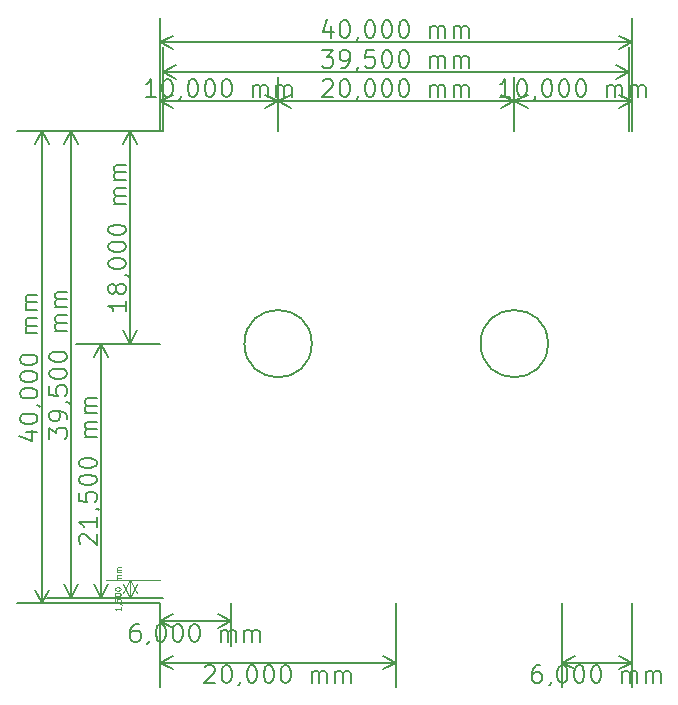
<source format=gbr>
%TF.GenerationSoftware,KiCad,Pcbnew,no-vcs-found-2c23c4c~60~ubuntu17.04.1*%
%TF.CreationDate,2017-09-27T12:04:39+02:00*%
%TF.ProjectId,LEDBoard_4x4_16bit,4C4544426F6172645F3478345F313662,3.0.1*%
%TF.SameCoordinates,Original*%
%TF.FileFunction,Other,Comment*%
%FSLAX46Y46*%
G04 Gerber Fmt 4.6, Leading zero omitted, Abs format (unit mm)*
G04 Created by KiCad (PCBNEW no-vcs-found-2c23c4c~60~ubuntu17.04.1) date Wed Sep 27 12:04:39 2017*
%MOMM*%
%LPD*%
G01*
G04 APERTURE LIST*
%ADD10C,0.150000*%
%ADD11C,0.125000*%
G04 APERTURE END LIST*
D10*
X40628571Y-76035714D02*
X40628571Y-75107142D01*
X41200000Y-75607142D01*
X41200000Y-75392857D01*
X41271428Y-75250000D01*
X41342857Y-75178571D01*
X41485714Y-75107142D01*
X41842857Y-75107142D01*
X41985714Y-75178571D01*
X42057142Y-75250000D01*
X42128571Y-75392857D01*
X42128571Y-75821428D01*
X42057142Y-75964285D01*
X41985714Y-76035714D01*
X42128571Y-74392857D02*
X42128571Y-74107142D01*
X42057142Y-73964285D01*
X41985714Y-73892857D01*
X41771428Y-73750000D01*
X41485714Y-73678571D01*
X40914285Y-73678571D01*
X40771428Y-73750000D01*
X40700000Y-73821428D01*
X40628571Y-73964285D01*
X40628571Y-74250000D01*
X40700000Y-74392857D01*
X40771428Y-74464285D01*
X40914285Y-74535714D01*
X41271428Y-74535714D01*
X41414285Y-74464285D01*
X41485714Y-74392857D01*
X41557142Y-74250000D01*
X41557142Y-73964285D01*
X41485714Y-73821428D01*
X41414285Y-73750000D01*
X41271428Y-73678571D01*
X42057142Y-72964285D02*
X42128571Y-72964285D01*
X42271428Y-73035714D01*
X42342857Y-73107142D01*
X40628571Y-71607142D02*
X40628571Y-72321428D01*
X41342857Y-72392857D01*
X41271428Y-72321428D01*
X41200000Y-72178571D01*
X41200000Y-71821428D01*
X41271428Y-71678571D01*
X41342857Y-71607142D01*
X41485714Y-71535714D01*
X41842857Y-71535714D01*
X41985714Y-71607142D01*
X42057142Y-71678571D01*
X42128571Y-71821428D01*
X42128571Y-72178571D01*
X42057142Y-72321428D01*
X41985714Y-72392857D01*
X40628571Y-70607142D02*
X40628571Y-70464285D01*
X40700000Y-70321428D01*
X40771428Y-70250000D01*
X40914285Y-70178571D01*
X41200000Y-70107142D01*
X41557142Y-70107142D01*
X41842857Y-70178571D01*
X41985714Y-70250000D01*
X42057142Y-70321428D01*
X42128571Y-70464285D01*
X42128571Y-70607142D01*
X42057142Y-70750000D01*
X41985714Y-70821428D01*
X41842857Y-70892857D01*
X41557142Y-70964285D01*
X41200000Y-70964285D01*
X40914285Y-70892857D01*
X40771428Y-70821428D01*
X40700000Y-70750000D01*
X40628571Y-70607142D01*
X40628571Y-69178571D02*
X40628571Y-69035714D01*
X40700000Y-68892857D01*
X40771428Y-68821428D01*
X40914285Y-68750000D01*
X41200000Y-68678571D01*
X41557142Y-68678571D01*
X41842857Y-68750000D01*
X41985714Y-68821428D01*
X42057142Y-68892857D01*
X42128571Y-69035714D01*
X42128571Y-69178571D01*
X42057142Y-69321428D01*
X41985714Y-69392857D01*
X41842857Y-69464285D01*
X41557142Y-69535714D01*
X41200000Y-69535714D01*
X40914285Y-69464285D01*
X40771428Y-69392857D01*
X40700000Y-69321428D01*
X40628571Y-69178571D01*
X42128571Y-66892857D02*
X41128571Y-66892857D01*
X41271428Y-66892857D02*
X41200000Y-66821428D01*
X41128571Y-66678571D01*
X41128571Y-66464285D01*
X41200000Y-66321428D01*
X41342857Y-66250000D01*
X42128571Y-66250000D01*
X41342857Y-66250000D02*
X41200000Y-66178571D01*
X41128571Y-66035714D01*
X41128571Y-65821428D01*
X41200000Y-65678571D01*
X41342857Y-65607142D01*
X42128571Y-65607142D01*
X42128571Y-64892857D02*
X41128571Y-64892857D01*
X41271428Y-64892857D02*
X41200000Y-64821428D01*
X41128571Y-64678571D01*
X41128571Y-64464285D01*
X41200000Y-64321428D01*
X41342857Y-64250000D01*
X42128571Y-64250000D01*
X41342857Y-64250000D02*
X41200000Y-64178571D01*
X41128571Y-64035714D01*
X41128571Y-63821428D01*
X41200000Y-63678571D01*
X41342857Y-63607142D01*
X42128571Y-63607142D01*
X42500000Y-89500000D02*
X42500000Y-50000000D01*
X50250000Y-89500000D02*
X40400000Y-89500000D01*
X50250000Y-50000000D02*
X40400000Y-50000000D01*
X42500000Y-50000000D02*
X43086421Y-51126504D01*
X42500000Y-50000000D02*
X41913579Y-51126504D01*
X42500000Y-89500000D02*
X43086421Y-88373496D01*
X42500000Y-89500000D02*
X41913579Y-88373496D01*
X63714285Y-43128571D02*
X64642857Y-43128571D01*
X64142857Y-43700000D01*
X64357142Y-43700000D01*
X64500000Y-43771428D01*
X64571428Y-43842857D01*
X64642857Y-43985714D01*
X64642857Y-44342857D01*
X64571428Y-44485714D01*
X64500000Y-44557142D01*
X64357142Y-44628571D01*
X63928571Y-44628571D01*
X63785714Y-44557142D01*
X63714285Y-44485714D01*
X65357142Y-44628571D02*
X65642857Y-44628571D01*
X65785714Y-44557142D01*
X65857142Y-44485714D01*
X66000000Y-44271428D01*
X66071428Y-43985714D01*
X66071428Y-43414285D01*
X66000000Y-43271428D01*
X65928571Y-43200000D01*
X65785714Y-43128571D01*
X65500000Y-43128571D01*
X65357142Y-43200000D01*
X65285714Y-43271428D01*
X65214285Y-43414285D01*
X65214285Y-43771428D01*
X65285714Y-43914285D01*
X65357142Y-43985714D01*
X65500000Y-44057142D01*
X65785714Y-44057142D01*
X65928571Y-43985714D01*
X66000000Y-43914285D01*
X66071428Y-43771428D01*
X66785714Y-44557142D02*
X66785714Y-44628571D01*
X66714285Y-44771428D01*
X66642857Y-44842857D01*
X68142857Y-43128571D02*
X67428571Y-43128571D01*
X67357142Y-43842857D01*
X67428571Y-43771428D01*
X67571428Y-43700000D01*
X67928571Y-43700000D01*
X68071428Y-43771428D01*
X68142857Y-43842857D01*
X68214285Y-43985714D01*
X68214285Y-44342857D01*
X68142857Y-44485714D01*
X68071428Y-44557142D01*
X67928571Y-44628571D01*
X67571428Y-44628571D01*
X67428571Y-44557142D01*
X67357142Y-44485714D01*
X69142857Y-43128571D02*
X69285714Y-43128571D01*
X69428571Y-43200000D01*
X69500000Y-43271428D01*
X69571428Y-43414285D01*
X69642857Y-43700000D01*
X69642857Y-44057142D01*
X69571428Y-44342857D01*
X69500000Y-44485714D01*
X69428571Y-44557142D01*
X69285714Y-44628571D01*
X69142857Y-44628571D01*
X69000000Y-44557142D01*
X68928571Y-44485714D01*
X68857142Y-44342857D01*
X68785714Y-44057142D01*
X68785714Y-43700000D01*
X68857142Y-43414285D01*
X68928571Y-43271428D01*
X69000000Y-43200000D01*
X69142857Y-43128571D01*
X70571428Y-43128571D02*
X70714285Y-43128571D01*
X70857142Y-43200000D01*
X70928571Y-43271428D01*
X71000000Y-43414285D01*
X71071428Y-43700000D01*
X71071428Y-44057142D01*
X71000000Y-44342857D01*
X70928571Y-44485714D01*
X70857142Y-44557142D01*
X70714285Y-44628571D01*
X70571428Y-44628571D01*
X70428571Y-44557142D01*
X70357142Y-44485714D01*
X70285714Y-44342857D01*
X70214285Y-44057142D01*
X70214285Y-43700000D01*
X70285714Y-43414285D01*
X70357142Y-43271428D01*
X70428571Y-43200000D01*
X70571428Y-43128571D01*
X72857142Y-44628571D02*
X72857142Y-43628571D01*
X72857142Y-43771428D02*
X72928571Y-43700000D01*
X73071428Y-43628571D01*
X73285714Y-43628571D01*
X73428571Y-43700000D01*
X73500000Y-43842857D01*
X73500000Y-44628571D01*
X73500000Y-43842857D02*
X73571428Y-43700000D01*
X73714285Y-43628571D01*
X73928571Y-43628571D01*
X74071428Y-43700000D01*
X74142857Y-43842857D01*
X74142857Y-44628571D01*
X74857142Y-44628571D02*
X74857142Y-43628571D01*
X74857142Y-43771428D02*
X74928571Y-43700000D01*
X75071428Y-43628571D01*
X75285714Y-43628571D01*
X75428571Y-43700000D01*
X75500000Y-43842857D01*
X75500000Y-44628571D01*
X75500000Y-43842857D02*
X75571428Y-43700000D01*
X75714285Y-43628571D01*
X75928571Y-43628571D01*
X76071428Y-43700000D01*
X76142857Y-43842857D01*
X76142857Y-44628571D01*
X50250000Y-45000000D02*
X89750000Y-45000000D01*
X50250000Y-50000000D02*
X50250000Y-42900000D01*
X89750000Y-50000000D02*
X89750000Y-42900000D01*
X89750000Y-45000000D02*
X88623496Y-45586421D01*
X89750000Y-45000000D02*
X88623496Y-44413579D01*
X50250000Y-45000000D02*
X51376504Y-45586421D01*
X50250000Y-45000000D02*
X51376504Y-44413579D01*
X79642857Y-47128571D02*
X78785714Y-47128571D01*
X79214285Y-47128571D02*
X79214285Y-45628571D01*
X79071428Y-45842857D01*
X78928571Y-45985714D01*
X78785714Y-46057142D01*
X80571428Y-45628571D02*
X80714285Y-45628571D01*
X80857142Y-45700000D01*
X80928571Y-45771428D01*
X81000000Y-45914285D01*
X81071428Y-46200000D01*
X81071428Y-46557142D01*
X81000000Y-46842857D01*
X80928571Y-46985714D01*
X80857142Y-47057142D01*
X80714285Y-47128571D01*
X80571428Y-47128571D01*
X80428571Y-47057142D01*
X80357142Y-46985714D01*
X80285714Y-46842857D01*
X80214285Y-46557142D01*
X80214285Y-46200000D01*
X80285714Y-45914285D01*
X80357142Y-45771428D01*
X80428571Y-45700000D01*
X80571428Y-45628571D01*
X81785714Y-47057142D02*
X81785714Y-47128571D01*
X81714285Y-47271428D01*
X81642857Y-47342857D01*
X82714285Y-45628571D02*
X82857142Y-45628571D01*
X83000000Y-45700000D01*
X83071428Y-45771428D01*
X83142857Y-45914285D01*
X83214285Y-46200000D01*
X83214285Y-46557142D01*
X83142857Y-46842857D01*
X83071428Y-46985714D01*
X83000000Y-47057142D01*
X82857142Y-47128571D01*
X82714285Y-47128571D01*
X82571428Y-47057142D01*
X82500000Y-46985714D01*
X82428571Y-46842857D01*
X82357142Y-46557142D01*
X82357142Y-46200000D01*
X82428571Y-45914285D01*
X82500000Y-45771428D01*
X82571428Y-45700000D01*
X82714285Y-45628571D01*
X84142857Y-45628571D02*
X84285714Y-45628571D01*
X84428571Y-45700000D01*
X84500000Y-45771428D01*
X84571428Y-45914285D01*
X84642857Y-46200000D01*
X84642857Y-46557142D01*
X84571428Y-46842857D01*
X84500000Y-46985714D01*
X84428571Y-47057142D01*
X84285714Y-47128571D01*
X84142857Y-47128571D01*
X84000000Y-47057142D01*
X83928571Y-46985714D01*
X83857142Y-46842857D01*
X83785714Y-46557142D01*
X83785714Y-46200000D01*
X83857142Y-45914285D01*
X83928571Y-45771428D01*
X84000000Y-45700000D01*
X84142857Y-45628571D01*
X85571428Y-45628571D02*
X85714285Y-45628571D01*
X85857142Y-45700000D01*
X85928571Y-45771428D01*
X86000000Y-45914285D01*
X86071428Y-46200000D01*
X86071428Y-46557142D01*
X86000000Y-46842857D01*
X85928571Y-46985714D01*
X85857142Y-47057142D01*
X85714285Y-47128571D01*
X85571428Y-47128571D01*
X85428571Y-47057142D01*
X85357142Y-46985714D01*
X85285714Y-46842857D01*
X85214285Y-46557142D01*
X85214285Y-46200000D01*
X85285714Y-45914285D01*
X85357142Y-45771428D01*
X85428571Y-45700000D01*
X85571428Y-45628571D01*
X87857142Y-47128571D02*
X87857142Y-46128571D01*
X87857142Y-46271428D02*
X87928571Y-46200000D01*
X88071428Y-46128571D01*
X88285714Y-46128571D01*
X88428571Y-46200000D01*
X88500000Y-46342857D01*
X88500000Y-47128571D01*
X88500000Y-46342857D02*
X88571428Y-46200000D01*
X88714285Y-46128571D01*
X88928571Y-46128571D01*
X89071428Y-46200000D01*
X89142857Y-46342857D01*
X89142857Y-47128571D01*
X89857142Y-47128571D02*
X89857142Y-46128571D01*
X89857142Y-46271428D02*
X89928571Y-46200000D01*
X90071428Y-46128571D01*
X90285714Y-46128571D01*
X90428571Y-46200000D01*
X90500000Y-46342857D01*
X90500000Y-47128571D01*
X90500000Y-46342857D02*
X90571428Y-46200000D01*
X90714285Y-46128571D01*
X90928571Y-46128571D01*
X91071428Y-46200000D01*
X91142857Y-46342857D01*
X91142857Y-47128571D01*
X80000000Y-47500000D02*
X90000000Y-47500000D01*
X80000000Y-50000000D02*
X80000000Y-45400000D01*
X90000000Y-50000000D02*
X90000000Y-45400000D01*
X90000000Y-47500000D02*
X88873496Y-48086421D01*
X90000000Y-47500000D02*
X88873496Y-46913579D01*
X80000000Y-47500000D02*
X81126504Y-48086421D01*
X80000000Y-47500000D02*
X81126504Y-46913579D01*
X43271428Y-84964285D02*
X43200000Y-84892857D01*
X43128571Y-84750000D01*
X43128571Y-84392857D01*
X43200000Y-84250000D01*
X43271428Y-84178571D01*
X43414285Y-84107142D01*
X43557142Y-84107142D01*
X43771428Y-84178571D01*
X44628571Y-85035714D01*
X44628571Y-84107142D01*
X44628571Y-82678571D02*
X44628571Y-83535714D01*
X44628571Y-83107142D02*
X43128571Y-83107142D01*
X43342857Y-83250000D01*
X43485714Y-83392857D01*
X43557142Y-83535714D01*
X44557142Y-81964285D02*
X44628571Y-81964285D01*
X44771428Y-82035714D01*
X44842857Y-82107142D01*
X43128571Y-80607142D02*
X43128571Y-81321428D01*
X43842857Y-81392857D01*
X43771428Y-81321428D01*
X43700000Y-81178571D01*
X43700000Y-80821428D01*
X43771428Y-80678571D01*
X43842857Y-80607142D01*
X43985714Y-80535714D01*
X44342857Y-80535714D01*
X44485714Y-80607142D01*
X44557142Y-80678571D01*
X44628571Y-80821428D01*
X44628571Y-81178571D01*
X44557142Y-81321428D01*
X44485714Y-81392857D01*
X43128571Y-79607142D02*
X43128571Y-79464285D01*
X43200000Y-79321428D01*
X43271428Y-79250000D01*
X43414285Y-79178571D01*
X43700000Y-79107142D01*
X44057142Y-79107142D01*
X44342857Y-79178571D01*
X44485714Y-79250000D01*
X44557142Y-79321428D01*
X44628571Y-79464285D01*
X44628571Y-79607142D01*
X44557142Y-79750000D01*
X44485714Y-79821428D01*
X44342857Y-79892857D01*
X44057142Y-79964285D01*
X43700000Y-79964285D01*
X43414285Y-79892857D01*
X43271428Y-79821428D01*
X43200000Y-79750000D01*
X43128571Y-79607142D01*
X43128571Y-78178571D02*
X43128571Y-78035714D01*
X43200000Y-77892857D01*
X43271428Y-77821428D01*
X43414285Y-77750000D01*
X43700000Y-77678571D01*
X44057142Y-77678571D01*
X44342857Y-77750000D01*
X44485714Y-77821428D01*
X44557142Y-77892857D01*
X44628571Y-78035714D01*
X44628571Y-78178571D01*
X44557142Y-78321428D01*
X44485714Y-78392857D01*
X44342857Y-78464285D01*
X44057142Y-78535714D01*
X43700000Y-78535714D01*
X43414285Y-78464285D01*
X43271428Y-78392857D01*
X43200000Y-78321428D01*
X43128571Y-78178571D01*
X44628571Y-75892857D02*
X43628571Y-75892857D01*
X43771428Y-75892857D02*
X43700000Y-75821428D01*
X43628571Y-75678571D01*
X43628571Y-75464285D01*
X43700000Y-75321428D01*
X43842857Y-75250000D01*
X44628571Y-75250000D01*
X43842857Y-75250000D02*
X43700000Y-75178571D01*
X43628571Y-75035714D01*
X43628571Y-74821428D01*
X43700000Y-74678571D01*
X43842857Y-74607142D01*
X44628571Y-74607142D01*
X44628571Y-73892857D02*
X43628571Y-73892857D01*
X43771428Y-73892857D02*
X43700000Y-73821428D01*
X43628571Y-73678571D01*
X43628571Y-73464285D01*
X43700000Y-73321428D01*
X43842857Y-73250000D01*
X44628571Y-73250000D01*
X43842857Y-73250000D02*
X43700000Y-73178571D01*
X43628571Y-73035714D01*
X43628571Y-72821428D01*
X43700000Y-72678571D01*
X43842857Y-72607142D01*
X44628571Y-72607142D01*
X45000000Y-89500000D02*
X45000000Y-68000000D01*
X50000000Y-89500000D02*
X42900000Y-89500000D01*
X50000000Y-68000000D02*
X42900000Y-68000000D01*
X45000000Y-68000000D02*
X45586421Y-69126504D01*
X45000000Y-68000000D02*
X44413579Y-69126504D01*
X45000000Y-89500000D02*
X45586421Y-88373496D01*
X45000000Y-89500000D02*
X44413579Y-88373496D01*
X53785714Y-95371428D02*
X53857142Y-95300000D01*
X54000000Y-95228571D01*
X54357142Y-95228571D01*
X54500000Y-95300000D01*
X54571428Y-95371428D01*
X54642857Y-95514285D01*
X54642857Y-95657142D01*
X54571428Y-95871428D01*
X53714285Y-96728571D01*
X54642857Y-96728571D01*
X55571428Y-95228571D02*
X55714285Y-95228571D01*
X55857142Y-95300000D01*
X55928571Y-95371428D01*
X56000000Y-95514285D01*
X56071428Y-95800000D01*
X56071428Y-96157142D01*
X56000000Y-96442857D01*
X55928571Y-96585714D01*
X55857142Y-96657142D01*
X55714285Y-96728571D01*
X55571428Y-96728571D01*
X55428571Y-96657142D01*
X55357142Y-96585714D01*
X55285714Y-96442857D01*
X55214285Y-96157142D01*
X55214285Y-95800000D01*
X55285714Y-95514285D01*
X55357142Y-95371428D01*
X55428571Y-95300000D01*
X55571428Y-95228571D01*
X56785714Y-96657142D02*
X56785714Y-96728571D01*
X56714285Y-96871428D01*
X56642857Y-96942857D01*
X57714285Y-95228571D02*
X57857142Y-95228571D01*
X58000000Y-95300000D01*
X58071428Y-95371428D01*
X58142857Y-95514285D01*
X58214285Y-95800000D01*
X58214285Y-96157142D01*
X58142857Y-96442857D01*
X58071428Y-96585714D01*
X58000000Y-96657142D01*
X57857142Y-96728571D01*
X57714285Y-96728571D01*
X57571428Y-96657142D01*
X57500000Y-96585714D01*
X57428571Y-96442857D01*
X57357142Y-96157142D01*
X57357142Y-95800000D01*
X57428571Y-95514285D01*
X57500000Y-95371428D01*
X57571428Y-95300000D01*
X57714285Y-95228571D01*
X59142857Y-95228571D02*
X59285714Y-95228571D01*
X59428571Y-95300000D01*
X59500000Y-95371428D01*
X59571428Y-95514285D01*
X59642857Y-95800000D01*
X59642857Y-96157142D01*
X59571428Y-96442857D01*
X59500000Y-96585714D01*
X59428571Y-96657142D01*
X59285714Y-96728571D01*
X59142857Y-96728571D01*
X59000000Y-96657142D01*
X58928571Y-96585714D01*
X58857142Y-96442857D01*
X58785714Y-96157142D01*
X58785714Y-95800000D01*
X58857142Y-95514285D01*
X58928571Y-95371428D01*
X59000000Y-95300000D01*
X59142857Y-95228571D01*
X60571428Y-95228571D02*
X60714285Y-95228571D01*
X60857142Y-95300000D01*
X60928571Y-95371428D01*
X61000000Y-95514285D01*
X61071428Y-95800000D01*
X61071428Y-96157142D01*
X61000000Y-96442857D01*
X60928571Y-96585714D01*
X60857142Y-96657142D01*
X60714285Y-96728571D01*
X60571428Y-96728571D01*
X60428571Y-96657142D01*
X60357142Y-96585714D01*
X60285714Y-96442857D01*
X60214285Y-96157142D01*
X60214285Y-95800000D01*
X60285714Y-95514285D01*
X60357142Y-95371428D01*
X60428571Y-95300000D01*
X60571428Y-95228571D01*
X62857142Y-96728571D02*
X62857142Y-95728571D01*
X62857142Y-95871428D02*
X62928571Y-95800000D01*
X63071428Y-95728571D01*
X63285714Y-95728571D01*
X63428571Y-95800000D01*
X63500000Y-95942857D01*
X63500000Y-96728571D01*
X63500000Y-95942857D02*
X63571428Y-95800000D01*
X63714285Y-95728571D01*
X63928571Y-95728571D01*
X64071428Y-95800000D01*
X64142857Y-95942857D01*
X64142857Y-96728571D01*
X64857142Y-96728571D02*
X64857142Y-95728571D01*
X64857142Y-95871428D02*
X64928571Y-95800000D01*
X65071428Y-95728571D01*
X65285714Y-95728571D01*
X65428571Y-95800000D01*
X65500000Y-95942857D01*
X65500000Y-96728571D01*
X65500000Y-95942857D02*
X65571428Y-95800000D01*
X65714285Y-95728571D01*
X65928571Y-95728571D01*
X66071428Y-95800000D01*
X66142857Y-95942857D01*
X66142857Y-96728571D01*
X50000000Y-95000000D02*
X70000000Y-95000000D01*
X50000000Y-90000000D02*
X50000000Y-97100000D01*
X70000000Y-90000000D02*
X70000000Y-97100000D01*
X70000000Y-95000000D02*
X68873496Y-95586421D01*
X70000000Y-95000000D02*
X68873496Y-94413579D01*
X50000000Y-95000000D02*
X51126504Y-95586421D01*
X50000000Y-95000000D02*
X51126504Y-94413579D01*
X82214285Y-95228571D02*
X81928571Y-95228571D01*
X81785714Y-95300000D01*
X81714285Y-95371428D01*
X81571428Y-95585714D01*
X81500000Y-95871428D01*
X81500000Y-96442857D01*
X81571428Y-96585714D01*
X81642857Y-96657142D01*
X81785714Y-96728571D01*
X82071428Y-96728571D01*
X82214285Y-96657142D01*
X82285714Y-96585714D01*
X82357142Y-96442857D01*
X82357142Y-96085714D01*
X82285714Y-95942857D01*
X82214285Y-95871428D01*
X82071428Y-95800000D01*
X81785714Y-95800000D01*
X81642857Y-95871428D01*
X81571428Y-95942857D01*
X81500000Y-96085714D01*
X83071428Y-96657142D02*
X83071428Y-96728571D01*
X83000000Y-96871428D01*
X82928571Y-96942857D01*
X84000000Y-95228571D02*
X84142857Y-95228571D01*
X84285714Y-95300000D01*
X84357142Y-95371428D01*
X84428571Y-95514285D01*
X84500000Y-95800000D01*
X84500000Y-96157142D01*
X84428571Y-96442857D01*
X84357142Y-96585714D01*
X84285714Y-96657142D01*
X84142857Y-96728571D01*
X84000000Y-96728571D01*
X83857142Y-96657142D01*
X83785714Y-96585714D01*
X83714285Y-96442857D01*
X83642857Y-96157142D01*
X83642857Y-95800000D01*
X83714285Y-95514285D01*
X83785714Y-95371428D01*
X83857142Y-95300000D01*
X84000000Y-95228571D01*
X85428571Y-95228571D02*
X85571428Y-95228571D01*
X85714285Y-95300000D01*
X85785714Y-95371428D01*
X85857142Y-95514285D01*
X85928571Y-95800000D01*
X85928571Y-96157142D01*
X85857142Y-96442857D01*
X85785714Y-96585714D01*
X85714285Y-96657142D01*
X85571428Y-96728571D01*
X85428571Y-96728571D01*
X85285714Y-96657142D01*
X85214285Y-96585714D01*
X85142857Y-96442857D01*
X85071428Y-96157142D01*
X85071428Y-95800000D01*
X85142857Y-95514285D01*
X85214285Y-95371428D01*
X85285714Y-95300000D01*
X85428571Y-95228571D01*
X86857142Y-95228571D02*
X87000000Y-95228571D01*
X87142857Y-95300000D01*
X87214285Y-95371428D01*
X87285714Y-95514285D01*
X87357142Y-95800000D01*
X87357142Y-96157142D01*
X87285714Y-96442857D01*
X87214285Y-96585714D01*
X87142857Y-96657142D01*
X87000000Y-96728571D01*
X86857142Y-96728571D01*
X86714285Y-96657142D01*
X86642857Y-96585714D01*
X86571428Y-96442857D01*
X86500000Y-96157142D01*
X86500000Y-95800000D01*
X86571428Y-95514285D01*
X86642857Y-95371428D01*
X86714285Y-95300000D01*
X86857142Y-95228571D01*
X89142857Y-96728571D02*
X89142857Y-95728571D01*
X89142857Y-95871428D02*
X89214285Y-95800000D01*
X89357142Y-95728571D01*
X89571428Y-95728571D01*
X89714285Y-95800000D01*
X89785714Y-95942857D01*
X89785714Y-96728571D01*
X89785714Y-95942857D02*
X89857142Y-95800000D01*
X90000000Y-95728571D01*
X90214285Y-95728571D01*
X90357142Y-95800000D01*
X90428571Y-95942857D01*
X90428571Y-96728571D01*
X91142857Y-96728571D02*
X91142857Y-95728571D01*
X91142857Y-95871428D02*
X91214285Y-95800000D01*
X91357142Y-95728571D01*
X91571428Y-95728571D01*
X91714285Y-95800000D01*
X91785714Y-95942857D01*
X91785714Y-96728571D01*
X91785714Y-95942857D02*
X91857142Y-95800000D01*
X92000000Y-95728571D01*
X92214285Y-95728571D01*
X92357142Y-95800000D01*
X92428571Y-95942857D01*
X92428571Y-96728571D01*
X84000000Y-95000000D02*
X90000000Y-95000000D01*
X84000000Y-90000000D02*
X84000000Y-97100000D01*
X90000000Y-90000000D02*
X90000000Y-97100000D01*
X90000000Y-95000000D02*
X88873496Y-95586421D01*
X90000000Y-95000000D02*
X88873496Y-94413579D01*
X84000000Y-95000000D02*
X85126504Y-95586421D01*
X84000000Y-95000000D02*
X85126504Y-94413579D01*
X48214285Y-91728571D02*
X47928571Y-91728571D01*
X47785714Y-91800000D01*
X47714285Y-91871428D01*
X47571428Y-92085714D01*
X47500000Y-92371428D01*
X47500000Y-92942857D01*
X47571428Y-93085714D01*
X47642857Y-93157142D01*
X47785714Y-93228571D01*
X48071428Y-93228571D01*
X48214285Y-93157142D01*
X48285714Y-93085714D01*
X48357142Y-92942857D01*
X48357142Y-92585714D01*
X48285714Y-92442857D01*
X48214285Y-92371428D01*
X48071428Y-92300000D01*
X47785714Y-92300000D01*
X47642857Y-92371428D01*
X47571428Y-92442857D01*
X47500000Y-92585714D01*
X49071428Y-93157142D02*
X49071428Y-93228571D01*
X49000000Y-93371428D01*
X48928571Y-93442857D01*
X50000000Y-91728571D02*
X50142857Y-91728571D01*
X50285714Y-91800000D01*
X50357142Y-91871428D01*
X50428571Y-92014285D01*
X50500000Y-92300000D01*
X50500000Y-92657142D01*
X50428571Y-92942857D01*
X50357142Y-93085714D01*
X50285714Y-93157142D01*
X50142857Y-93228571D01*
X50000000Y-93228571D01*
X49857142Y-93157142D01*
X49785714Y-93085714D01*
X49714285Y-92942857D01*
X49642857Y-92657142D01*
X49642857Y-92300000D01*
X49714285Y-92014285D01*
X49785714Y-91871428D01*
X49857142Y-91800000D01*
X50000000Y-91728571D01*
X51428571Y-91728571D02*
X51571428Y-91728571D01*
X51714285Y-91800000D01*
X51785714Y-91871428D01*
X51857142Y-92014285D01*
X51928571Y-92300000D01*
X51928571Y-92657142D01*
X51857142Y-92942857D01*
X51785714Y-93085714D01*
X51714285Y-93157142D01*
X51571428Y-93228571D01*
X51428571Y-93228571D01*
X51285714Y-93157142D01*
X51214285Y-93085714D01*
X51142857Y-92942857D01*
X51071428Y-92657142D01*
X51071428Y-92300000D01*
X51142857Y-92014285D01*
X51214285Y-91871428D01*
X51285714Y-91800000D01*
X51428571Y-91728571D01*
X52857142Y-91728571D02*
X53000000Y-91728571D01*
X53142857Y-91800000D01*
X53214285Y-91871428D01*
X53285714Y-92014285D01*
X53357142Y-92300000D01*
X53357142Y-92657142D01*
X53285714Y-92942857D01*
X53214285Y-93085714D01*
X53142857Y-93157142D01*
X53000000Y-93228571D01*
X52857142Y-93228571D01*
X52714285Y-93157142D01*
X52642857Y-93085714D01*
X52571428Y-92942857D01*
X52500000Y-92657142D01*
X52500000Y-92300000D01*
X52571428Y-92014285D01*
X52642857Y-91871428D01*
X52714285Y-91800000D01*
X52857142Y-91728571D01*
X55142857Y-93228571D02*
X55142857Y-92228571D01*
X55142857Y-92371428D02*
X55214285Y-92300000D01*
X55357142Y-92228571D01*
X55571428Y-92228571D01*
X55714285Y-92300000D01*
X55785714Y-92442857D01*
X55785714Y-93228571D01*
X55785714Y-92442857D02*
X55857142Y-92300000D01*
X56000000Y-92228571D01*
X56214285Y-92228571D01*
X56357142Y-92300000D01*
X56428571Y-92442857D01*
X56428571Y-93228571D01*
X57142857Y-93228571D02*
X57142857Y-92228571D01*
X57142857Y-92371428D02*
X57214285Y-92300000D01*
X57357142Y-92228571D01*
X57571428Y-92228571D01*
X57714285Y-92300000D01*
X57785714Y-92442857D01*
X57785714Y-93228571D01*
X57785714Y-92442857D02*
X57857142Y-92300000D01*
X58000000Y-92228571D01*
X58214285Y-92228571D01*
X58357142Y-92300000D01*
X58428571Y-92442857D01*
X58428571Y-93228571D01*
X50000000Y-91500000D02*
X56000000Y-91500000D01*
X50000000Y-90000000D02*
X50000000Y-93600000D01*
X56000000Y-90000000D02*
X56000000Y-93600000D01*
X56000000Y-91500000D02*
X54873496Y-92086421D01*
X56000000Y-91500000D02*
X54873496Y-90913579D01*
X50000000Y-91500000D02*
X51126504Y-92086421D01*
X50000000Y-91500000D02*
X51126504Y-90913579D01*
D11*
X46676190Y-90297619D02*
X46676190Y-90583333D01*
X46676190Y-90440476D02*
X46176190Y-90440476D01*
X46247619Y-90488095D01*
X46295238Y-90535714D01*
X46319047Y-90583333D01*
X46652380Y-90059523D02*
X46676190Y-90059523D01*
X46723809Y-90083333D01*
X46747619Y-90107142D01*
X46176190Y-89607142D02*
X46176190Y-89845238D01*
X46414285Y-89869047D01*
X46390476Y-89845238D01*
X46366666Y-89797619D01*
X46366666Y-89678571D01*
X46390476Y-89630952D01*
X46414285Y-89607142D01*
X46461904Y-89583333D01*
X46580952Y-89583333D01*
X46628571Y-89607142D01*
X46652380Y-89630952D01*
X46676190Y-89678571D01*
X46676190Y-89797619D01*
X46652380Y-89845238D01*
X46628571Y-89869047D01*
X46176190Y-89273809D02*
X46176190Y-89226190D01*
X46200000Y-89178571D01*
X46223809Y-89154761D01*
X46271428Y-89130952D01*
X46366666Y-89107142D01*
X46485714Y-89107142D01*
X46580952Y-89130952D01*
X46628571Y-89154761D01*
X46652380Y-89178571D01*
X46676190Y-89226190D01*
X46676190Y-89273809D01*
X46652380Y-89321428D01*
X46628571Y-89345238D01*
X46580952Y-89369047D01*
X46485714Y-89392857D01*
X46366666Y-89392857D01*
X46271428Y-89369047D01*
X46223809Y-89345238D01*
X46200000Y-89321428D01*
X46176190Y-89273809D01*
X46176190Y-88797619D02*
X46176190Y-88750000D01*
X46200000Y-88702380D01*
X46223809Y-88678571D01*
X46271428Y-88654761D01*
X46366666Y-88630952D01*
X46485714Y-88630952D01*
X46580952Y-88654761D01*
X46628571Y-88678571D01*
X46652380Y-88702380D01*
X46676190Y-88750000D01*
X46676190Y-88797619D01*
X46652380Y-88845238D01*
X46628571Y-88869047D01*
X46580952Y-88892857D01*
X46485714Y-88916666D01*
X46366666Y-88916666D01*
X46271428Y-88892857D01*
X46223809Y-88869047D01*
X46200000Y-88845238D01*
X46176190Y-88797619D01*
X46676190Y-88035714D02*
X46342857Y-88035714D01*
X46390476Y-88035714D02*
X46366666Y-88011904D01*
X46342857Y-87964285D01*
X46342857Y-87892857D01*
X46366666Y-87845238D01*
X46414285Y-87821428D01*
X46676190Y-87821428D01*
X46414285Y-87821428D02*
X46366666Y-87797619D01*
X46342857Y-87750000D01*
X46342857Y-87678571D01*
X46366666Y-87630952D01*
X46414285Y-87607142D01*
X46676190Y-87607142D01*
X46676190Y-87369047D02*
X46342857Y-87369047D01*
X46390476Y-87369047D02*
X46366666Y-87345238D01*
X46342857Y-87297619D01*
X46342857Y-87226190D01*
X46366666Y-87178571D01*
X46414285Y-87154761D01*
X46676190Y-87154761D01*
X46414285Y-87154761D02*
X46366666Y-87130952D01*
X46342857Y-87083333D01*
X46342857Y-87011904D01*
X46366666Y-86964285D01*
X46414285Y-86940476D01*
X46676190Y-86940476D01*
X47500000Y-89500000D02*
X47500000Y-88000000D01*
X50000000Y-89500000D02*
X45400000Y-89500000D01*
X50000000Y-88000000D02*
X45400000Y-88000000D01*
X47500000Y-88000000D02*
X48086421Y-89126504D01*
X47500000Y-88000000D02*
X46913579Y-89126504D01*
X47500000Y-89500000D02*
X48086421Y-88373496D01*
X47500000Y-89500000D02*
X46913579Y-88373496D01*
D10*
X47128571Y-64357142D02*
X47128571Y-65214285D01*
X47128571Y-64785714D02*
X45628571Y-64785714D01*
X45842857Y-64928571D01*
X45985714Y-65071428D01*
X46057142Y-65214285D01*
X46271428Y-63500000D02*
X46200000Y-63642857D01*
X46128571Y-63714285D01*
X45985714Y-63785714D01*
X45914285Y-63785714D01*
X45771428Y-63714285D01*
X45700000Y-63642857D01*
X45628571Y-63500000D01*
X45628571Y-63214285D01*
X45700000Y-63071428D01*
X45771428Y-63000000D01*
X45914285Y-62928571D01*
X45985714Y-62928571D01*
X46128571Y-63000000D01*
X46200000Y-63071428D01*
X46271428Y-63214285D01*
X46271428Y-63500000D01*
X46342857Y-63642857D01*
X46414285Y-63714285D01*
X46557142Y-63785714D01*
X46842857Y-63785714D01*
X46985714Y-63714285D01*
X47057142Y-63642857D01*
X47128571Y-63500000D01*
X47128571Y-63214285D01*
X47057142Y-63071428D01*
X46985714Y-63000000D01*
X46842857Y-62928571D01*
X46557142Y-62928571D01*
X46414285Y-63000000D01*
X46342857Y-63071428D01*
X46271428Y-63214285D01*
X47057142Y-62214285D02*
X47128571Y-62214285D01*
X47271428Y-62285714D01*
X47342857Y-62357142D01*
X45628571Y-61285714D02*
X45628571Y-61142857D01*
X45700000Y-61000000D01*
X45771428Y-60928571D01*
X45914285Y-60857142D01*
X46200000Y-60785714D01*
X46557142Y-60785714D01*
X46842857Y-60857142D01*
X46985714Y-60928571D01*
X47057142Y-61000000D01*
X47128571Y-61142857D01*
X47128571Y-61285714D01*
X47057142Y-61428571D01*
X46985714Y-61500000D01*
X46842857Y-61571428D01*
X46557142Y-61642857D01*
X46200000Y-61642857D01*
X45914285Y-61571428D01*
X45771428Y-61500000D01*
X45700000Y-61428571D01*
X45628571Y-61285714D01*
X45628571Y-59857142D02*
X45628571Y-59714285D01*
X45700000Y-59571428D01*
X45771428Y-59500000D01*
X45914285Y-59428571D01*
X46200000Y-59357142D01*
X46557142Y-59357142D01*
X46842857Y-59428571D01*
X46985714Y-59500000D01*
X47057142Y-59571428D01*
X47128571Y-59714285D01*
X47128571Y-59857142D01*
X47057142Y-60000000D01*
X46985714Y-60071428D01*
X46842857Y-60142857D01*
X46557142Y-60214285D01*
X46200000Y-60214285D01*
X45914285Y-60142857D01*
X45771428Y-60071428D01*
X45700000Y-60000000D01*
X45628571Y-59857142D01*
X45628571Y-58428571D02*
X45628571Y-58285714D01*
X45700000Y-58142857D01*
X45771428Y-58071428D01*
X45914285Y-58000000D01*
X46200000Y-57928571D01*
X46557142Y-57928571D01*
X46842857Y-58000000D01*
X46985714Y-58071428D01*
X47057142Y-58142857D01*
X47128571Y-58285714D01*
X47128571Y-58428571D01*
X47057142Y-58571428D01*
X46985714Y-58642857D01*
X46842857Y-58714285D01*
X46557142Y-58785714D01*
X46200000Y-58785714D01*
X45914285Y-58714285D01*
X45771428Y-58642857D01*
X45700000Y-58571428D01*
X45628571Y-58428571D01*
X47128571Y-56142857D02*
X46128571Y-56142857D01*
X46271428Y-56142857D02*
X46200000Y-56071428D01*
X46128571Y-55928571D01*
X46128571Y-55714285D01*
X46200000Y-55571428D01*
X46342857Y-55500000D01*
X47128571Y-55500000D01*
X46342857Y-55500000D02*
X46200000Y-55428571D01*
X46128571Y-55285714D01*
X46128571Y-55071428D01*
X46200000Y-54928571D01*
X46342857Y-54857142D01*
X47128571Y-54857142D01*
X47128571Y-54142857D02*
X46128571Y-54142857D01*
X46271428Y-54142857D02*
X46200000Y-54071428D01*
X46128571Y-53928571D01*
X46128571Y-53714285D01*
X46200000Y-53571428D01*
X46342857Y-53500000D01*
X47128571Y-53500000D01*
X46342857Y-53500000D02*
X46200000Y-53428571D01*
X46128571Y-53285714D01*
X46128571Y-53071428D01*
X46200000Y-52928571D01*
X46342857Y-52857142D01*
X47128571Y-52857142D01*
X47500000Y-68000000D02*
X47500000Y-50000000D01*
X50000000Y-68000000D02*
X45400000Y-68000000D01*
X50000000Y-50000000D02*
X45400000Y-50000000D01*
X47500000Y-50000000D02*
X48086421Y-51126504D01*
X47500000Y-50000000D02*
X46913579Y-51126504D01*
X47500000Y-68000000D02*
X48086421Y-66873496D01*
X47500000Y-68000000D02*
X46913579Y-66873496D01*
X49642857Y-47128571D02*
X48785714Y-47128571D01*
X49214285Y-47128571D02*
X49214285Y-45628571D01*
X49071428Y-45842857D01*
X48928571Y-45985714D01*
X48785714Y-46057142D01*
X50571428Y-45628571D02*
X50714285Y-45628571D01*
X50857142Y-45700000D01*
X50928571Y-45771428D01*
X51000000Y-45914285D01*
X51071428Y-46200000D01*
X51071428Y-46557142D01*
X51000000Y-46842857D01*
X50928571Y-46985714D01*
X50857142Y-47057142D01*
X50714285Y-47128571D01*
X50571428Y-47128571D01*
X50428571Y-47057142D01*
X50357142Y-46985714D01*
X50285714Y-46842857D01*
X50214285Y-46557142D01*
X50214285Y-46200000D01*
X50285714Y-45914285D01*
X50357142Y-45771428D01*
X50428571Y-45700000D01*
X50571428Y-45628571D01*
X51785714Y-47057142D02*
X51785714Y-47128571D01*
X51714285Y-47271428D01*
X51642857Y-47342857D01*
X52714285Y-45628571D02*
X52857142Y-45628571D01*
X53000000Y-45700000D01*
X53071428Y-45771428D01*
X53142857Y-45914285D01*
X53214285Y-46200000D01*
X53214285Y-46557142D01*
X53142857Y-46842857D01*
X53071428Y-46985714D01*
X53000000Y-47057142D01*
X52857142Y-47128571D01*
X52714285Y-47128571D01*
X52571428Y-47057142D01*
X52500000Y-46985714D01*
X52428571Y-46842857D01*
X52357142Y-46557142D01*
X52357142Y-46200000D01*
X52428571Y-45914285D01*
X52500000Y-45771428D01*
X52571428Y-45700000D01*
X52714285Y-45628571D01*
X54142857Y-45628571D02*
X54285714Y-45628571D01*
X54428571Y-45700000D01*
X54500000Y-45771428D01*
X54571428Y-45914285D01*
X54642857Y-46200000D01*
X54642857Y-46557142D01*
X54571428Y-46842857D01*
X54500000Y-46985714D01*
X54428571Y-47057142D01*
X54285714Y-47128571D01*
X54142857Y-47128571D01*
X54000000Y-47057142D01*
X53928571Y-46985714D01*
X53857142Y-46842857D01*
X53785714Y-46557142D01*
X53785714Y-46200000D01*
X53857142Y-45914285D01*
X53928571Y-45771428D01*
X54000000Y-45700000D01*
X54142857Y-45628571D01*
X55571428Y-45628571D02*
X55714285Y-45628571D01*
X55857142Y-45700000D01*
X55928571Y-45771428D01*
X56000000Y-45914285D01*
X56071428Y-46200000D01*
X56071428Y-46557142D01*
X56000000Y-46842857D01*
X55928571Y-46985714D01*
X55857142Y-47057142D01*
X55714285Y-47128571D01*
X55571428Y-47128571D01*
X55428571Y-47057142D01*
X55357142Y-46985714D01*
X55285714Y-46842857D01*
X55214285Y-46557142D01*
X55214285Y-46200000D01*
X55285714Y-45914285D01*
X55357142Y-45771428D01*
X55428571Y-45700000D01*
X55571428Y-45628571D01*
X57857142Y-47128571D02*
X57857142Y-46128571D01*
X57857142Y-46271428D02*
X57928571Y-46200000D01*
X58071428Y-46128571D01*
X58285714Y-46128571D01*
X58428571Y-46200000D01*
X58500000Y-46342857D01*
X58500000Y-47128571D01*
X58500000Y-46342857D02*
X58571428Y-46200000D01*
X58714285Y-46128571D01*
X58928571Y-46128571D01*
X59071428Y-46200000D01*
X59142857Y-46342857D01*
X59142857Y-47128571D01*
X59857142Y-47128571D02*
X59857142Y-46128571D01*
X59857142Y-46271428D02*
X59928571Y-46200000D01*
X60071428Y-46128571D01*
X60285714Y-46128571D01*
X60428571Y-46200000D01*
X60500000Y-46342857D01*
X60500000Y-47128571D01*
X60500000Y-46342857D02*
X60571428Y-46200000D01*
X60714285Y-46128571D01*
X60928571Y-46128571D01*
X61071428Y-46200000D01*
X61142857Y-46342857D01*
X61142857Y-47128571D01*
X50000000Y-47500000D02*
X60000000Y-47500000D01*
X50000000Y-50000000D02*
X50000000Y-45400000D01*
X60000000Y-50000000D02*
X60000000Y-45400000D01*
X60000000Y-47500000D02*
X58873496Y-48086421D01*
X60000000Y-47500000D02*
X58873496Y-46913579D01*
X50000000Y-47500000D02*
X51126504Y-48086421D01*
X50000000Y-47500000D02*
X51126504Y-46913579D01*
X63785714Y-45771428D02*
X63857142Y-45700000D01*
X64000000Y-45628571D01*
X64357142Y-45628571D01*
X64500000Y-45700000D01*
X64571428Y-45771428D01*
X64642857Y-45914285D01*
X64642857Y-46057142D01*
X64571428Y-46271428D01*
X63714285Y-47128571D01*
X64642857Y-47128571D01*
X65571428Y-45628571D02*
X65714285Y-45628571D01*
X65857142Y-45700000D01*
X65928571Y-45771428D01*
X66000000Y-45914285D01*
X66071428Y-46200000D01*
X66071428Y-46557142D01*
X66000000Y-46842857D01*
X65928571Y-46985714D01*
X65857142Y-47057142D01*
X65714285Y-47128571D01*
X65571428Y-47128571D01*
X65428571Y-47057142D01*
X65357142Y-46985714D01*
X65285714Y-46842857D01*
X65214285Y-46557142D01*
X65214285Y-46200000D01*
X65285714Y-45914285D01*
X65357142Y-45771428D01*
X65428571Y-45700000D01*
X65571428Y-45628571D01*
X66785714Y-47057142D02*
X66785714Y-47128571D01*
X66714285Y-47271428D01*
X66642857Y-47342857D01*
X67714285Y-45628571D02*
X67857142Y-45628571D01*
X68000000Y-45700000D01*
X68071428Y-45771428D01*
X68142857Y-45914285D01*
X68214285Y-46200000D01*
X68214285Y-46557142D01*
X68142857Y-46842857D01*
X68071428Y-46985714D01*
X68000000Y-47057142D01*
X67857142Y-47128571D01*
X67714285Y-47128571D01*
X67571428Y-47057142D01*
X67500000Y-46985714D01*
X67428571Y-46842857D01*
X67357142Y-46557142D01*
X67357142Y-46200000D01*
X67428571Y-45914285D01*
X67500000Y-45771428D01*
X67571428Y-45700000D01*
X67714285Y-45628571D01*
X69142857Y-45628571D02*
X69285714Y-45628571D01*
X69428571Y-45700000D01*
X69500000Y-45771428D01*
X69571428Y-45914285D01*
X69642857Y-46200000D01*
X69642857Y-46557142D01*
X69571428Y-46842857D01*
X69500000Y-46985714D01*
X69428571Y-47057142D01*
X69285714Y-47128571D01*
X69142857Y-47128571D01*
X69000000Y-47057142D01*
X68928571Y-46985714D01*
X68857142Y-46842857D01*
X68785714Y-46557142D01*
X68785714Y-46200000D01*
X68857142Y-45914285D01*
X68928571Y-45771428D01*
X69000000Y-45700000D01*
X69142857Y-45628571D01*
X70571428Y-45628571D02*
X70714285Y-45628571D01*
X70857142Y-45700000D01*
X70928571Y-45771428D01*
X71000000Y-45914285D01*
X71071428Y-46200000D01*
X71071428Y-46557142D01*
X71000000Y-46842857D01*
X70928571Y-46985714D01*
X70857142Y-47057142D01*
X70714285Y-47128571D01*
X70571428Y-47128571D01*
X70428571Y-47057142D01*
X70357142Y-46985714D01*
X70285714Y-46842857D01*
X70214285Y-46557142D01*
X70214285Y-46200000D01*
X70285714Y-45914285D01*
X70357142Y-45771428D01*
X70428571Y-45700000D01*
X70571428Y-45628571D01*
X72857142Y-47128571D02*
X72857142Y-46128571D01*
X72857142Y-46271428D02*
X72928571Y-46200000D01*
X73071428Y-46128571D01*
X73285714Y-46128571D01*
X73428571Y-46200000D01*
X73500000Y-46342857D01*
X73500000Y-47128571D01*
X73500000Y-46342857D02*
X73571428Y-46200000D01*
X73714285Y-46128571D01*
X73928571Y-46128571D01*
X74071428Y-46200000D01*
X74142857Y-46342857D01*
X74142857Y-47128571D01*
X74857142Y-47128571D02*
X74857142Y-46128571D01*
X74857142Y-46271428D02*
X74928571Y-46200000D01*
X75071428Y-46128571D01*
X75285714Y-46128571D01*
X75428571Y-46200000D01*
X75500000Y-46342857D01*
X75500000Y-47128571D01*
X75500000Y-46342857D02*
X75571428Y-46200000D01*
X75714285Y-46128571D01*
X75928571Y-46128571D01*
X76071428Y-46200000D01*
X76142857Y-46342857D01*
X76142857Y-47128571D01*
X60000000Y-47500000D02*
X80000000Y-47500000D01*
X60000000Y-50000000D02*
X60000000Y-45400000D01*
X80000000Y-50000000D02*
X80000000Y-45400000D01*
X80000000Y-47500000D02*
X78873496Y-48086421D01*
X80000000Y-47500000D02*
X78873496Y-46913579D01*
X60000000Y-47500000D02*
X61126504Y-48086421D01*
X60000000Y-47500000D02*
X61126504Y-46913579D01*
X38628571Y-75500000D02*
X39628571Y-75500000D01*
X38057142Y-75857142D02*
X39128571Y-76214285D01*
X39128571Y-75285714D01*
X38128571Y-74428571D02*
X38128571Y-74285714D01*
X38200000Y-74142857D01*
X38271428Y-74071428D01*
X38414285Y-74000000D01*
X38700000Y-73928571D01*
X39057142Y-73928571D01*
X39342857Y-74000000D01*
X39485714Y-74071428D01*
X39557142Y-74142857D01*
X39628571Y-74285714D01*
X39628571Y-74428571D01*
X39557142Y-74571428D01*
X39485714Y-74642857D01*
X39342857Y-74714285D01*
X39057142Y-74785714D01*
X38700000Y-74785714D01*
X38414285Y-74714285D01*
X38271428Y-74642857D01*
X38200000Y-74571428D01*
X38128571Y-74428571D01*
X39557142Y-73214285D02*
X39628571Y-73214285D01*
X39771428Y-73285714D01*
X39842857Y-73357142D01*
X38128571Y-72285714D02*
X38128571Y-72142857D01*
X38200000Y-72000000D01*
X38271428Y-71928571D01*
X38414285Y-71857142D01*
X38700000Y-71785714D01*
X39057142Y-71785714D01*
X39342857Y-71857142D01*
X39485714Y-71928571D01*
X39557142Y-72000000D01*
X39628571Y-72142857D01*
X39628571Y-72285714D01*
X39557142Y-72428571D01*
X39485714Y-72500000D01*
X39342857Y-72571428D01*
X39057142Y-72642857D01*
X38700000Y-72642857D01*
X38414285Y-72571428D01*
X38271428Y-72500000D01*
X38200000Y-72428571D01*
X38128571Y-72285714D01*
X38128571Y-70857142D02*
X38128571Y-70714285D01*
X38200000Y-70571428D01*
X38271428Y-70500000D01*
X38414285Y-70428571D01*
X38700000Y-70357142D01*
X39057142Y-70357142D01*
X39342857Y-70428571D01*
X39485714Y-70500000D01*
X39557142Y-70571428D01*
X39628571Y-70714285D01*
X39628571Y-70857142D01*
X39557142Y-71000000D01*
X39485714Y-71071428D01*
X39342857Y-71142857D01*
X39057142Y-71214285D01*
X38700000Y-71214285D01*
X38414285Y-71142857D01*
X38271428Y-71071428D01*
X38200000Y-71000000D01*
X38128571Y-70857142D01*
X38128571Y-69428571D02*
X38128571Y-69285714D01*
X38200000Y-69142857D01*
X38271428Y-69071428D01*
X38414285Y-69000000D01*
X38700000Y-68928571D01*
X39057142Y-68928571D01*
X39342857Y-69000000D01*
X39485714Y-69071428D01*
X39557142Y-69142857D01*
X39628571Y-69285714D01*
X39628571Y-69428571D01*
X39557142Y-69571428D01*
X39485714Y-69642857D01*
X39342857Y-69714285D01*
X39057142Y-69785714D01*
X38700000Y-69785714D01*
X38414285Y-69714285D01*
X38271428Y-69642857D01*
X38200000Y-69571428D01*
X38128571Y-69428571D01*
X39628571Y-67142857D02*
X38628571Y-67142857D01*
X38771428Y-67142857D02*
X38700000Y-67071428D01*
X38628571Y-66928571D01*
X38628571Y-66714285D01*
X38700000Y-66571428D01*
X38842857Y-66500000D01*
X39628571Y-66500000D01*
X38842857Y-66500000D02*
X38700000Y-66428571D01*
X38628571Y-66285714D01*
X38628571Y-66071428D01*
X38700000Y-65928571D01*
X38842857Y-65857142D01*
X39628571Y-65857142D01*
X39628571Y-65142857D02*
X38628571Y-65142857D01*
X38771428Y-65142857D02*
X38700000Y-65071428D01*
X38628571Y-64928571D01*
X38628571Y-64714285D01*
X38700000Y-64571428D01*
X38842857Y-64500000D01*
X39628571Y-64500000D01*
X38842857Y-64500000D02*
X38700000Y-64428571D01*
X38628571Y-64285714D01*
X38628571Y-64071428D01*
X38700000Y-63928571D01*
X38842857Y-63857142D01*
X39628571Y-63857142D01*
X40000000Y-90000000D02*
X40000000Y-50000000D01*
X50000000Y-90000000D02*
X37900000Y-90000000D01*
X50000000Y-50000000D02*
X37900000Y-50000000D01*
X40000000Y-50000000D02*
X40586421Y-51126504D01*
X40000000Y-50000000D02*
X39413579Y-51126504D01*
X40000000Y-90000000D02*
X40586421Y-88873496D01*
X40000000Y-90000000D02*
X39413579Y-88873496D01*
X64500000Y-41128571D02*
X64500000Y-42128571D01*
X64142857Y-40557142D02*
X63785714Y-41628571D01*
X64714285Y-41628571D01*
X65571428Y-40628571D02*
X65714285Y-40628571D01*
X65857142Y-40700000D01*
X65928571Y-40771428D01*
X66000000Y-40914285D01*
X66071428Y-41200000D01*
X66071428Y-41557142D01*
X66000000Y-41842857D01*
X65928571Y-41985714D01*
X65857142Y-42057142D01*
X65714285Y-42128571D01*
X65571428Y-42128571D01*
X65428571Y-42057142D01*
X65357142Y-41985714D01*
X65285714Y-41842857D01*
X65214285Y-41557142D01*
X65214285Y-41200000D01*
X65285714Y-40914285D01*
X65357142Y-40771428D01*
X65428571Y-40700000D01*
X65571428Y-40628571D01*
X66785714Y-42057142D02*
X66785714Y-42128571D01*
X66714285Y-42271428D01*
X66642857Y-42342857D01*
X67714285Y-40628571D02*
X67857142Y-40628571D01*
X68000000Y-40700000D01*
X68071428Y-40771428D01*
X68142857Y-40914285D01*
X68214285Y-41200000D01*
X68214285Y-41557142D01*
X68142857Y-41842857D01*
X68071428Y-41985714D01*
X68000000Y-42057142D01*
X67857142Y-42128571D01*
X67714285Y-42128571D01*
X67571428Y-42057142D01*
X67500000Y-41985714D01*
X67428571Y-41842857D01*
X67357142Y-41557142D01*
X67357142Y-41200000D01*
X67428571Y-40914285D01*
X67500000Y-40771428D01*
X67571428Y-40700000D01*
X67714285Y-40628571D01*
X69142857Y-40628571D02*
X69285714Y-40628571D01*
X69428571Y-40700000D01*
X69500000Y-40771428D01*
X69571428Y-40914285D01*
X69642857Y-41200000D01*
X69642857Y-41557142D01*
X69571428Y-41842857D01*
X69500000Y-41985714D01*
X69428571Y-42057142D01*
X69285714Y-42128571D01*
X69142857Y-42128571D01*
X69000000Y-42057142D01*
X68928571Y-41985714D01*
X68857142Y-41842857D01*
X68785714Y-41557142D01*
X68785714Y-41200000D01*
X68857142Y-40914285D01*
X68928571Y-40771428D01*
X69000000Y-40700000D01*
X69142857Y-40628571D01*
X70571428Y-40628571D02*
X70714285Y-40628571D01*
X70857142Y-40700000D01*
X70928571Y-40771428D01*
X71000000Y-40914285D01*
X71071428Y-41200000D01*
X71071428Y-41557142D01*
X71000000Y-41842857D01*
X70928571Y-41985714D01*
X70857142Y-42057142D01*
X70714285Y-42128571D01*
X70571428Y-42128571D01*
X70428571Y-42057142D01*
X70357142Y-41985714D01*
X70285714Y-41842857D01*
X70214285Y-41557142D01*
X70214285Y-41200000D01*
X70285714Y-40914285D01*
X70357142Y-40771428D01*
X70428571Y-40700000D01*
X70571428Y-40628571D01*
X72857142Y-42128571D02*
X72857142Y-41128571D01*
X72857142Y-41271428D02*
X72928571Y-41200000D01*
X73071428Y-41128571D01*
X73285714Y-41128571D01*
X73428571Y-41200000D01*
X73500000Y-41342857D01*
X73500000Y-42128571D01*
X73500000Y-41342857D02*
X73571428Y-41200000D01*
X73714285Y-41128571D01*
X73928571Y-41128571D01*
X74071428Y-41200000D01*
X74142857Y-41342857D01*
X74142857Y-42128571D01*
X74857142Y-42128571D02*
X74857142Y-41128571D01*
X74857142Y-41271428D02*
X74928571Y-41200000D01*
X75071428Y-41128571D01*
X75285714Y-41128571D01*
X75428571Y-41200000D01*
X75500000Y-41342857D01*
X75500000Y-42128571D01*
X75500000Y-41342857D02*
X75571428Y-41200000D01*
X75714285Y-41128571D01*
X75928571Y-41128571D01*
X76071428Y-41200000D01*
X76142857Y-41342857D01*
X76142857Y-42128571D01*
X50000000Y-42500000D02*
X90000000Y-42500000D01*
X50000000Y-50000000D02*
X50000000Y-40400000D01*
X90000000Y-50000000D02*
X90000000Y-40400000D01*
X90000000Y-42500000D02*
X88873496Y-43086421D01*
X90000000Y-42500000D02*
X88873496Y-41913579D01*
X50000000Y-42500000D02*
X51126504Y-43086421D01*
X50000000Y-42500000D02*
X51126504Y-41913579D01*
%TO.C,MK1*%
X62850000Y-68000000D02*
G75*
G03X62850000Y-68000000I-2850000J0D01*
G01*
%TO.C,MK2*%
X82850000Y-68000000D02*
G75*
G03X82850000Y-68000000I-2850000J0D01*
G01*
%TD*%
M02*

</source>
